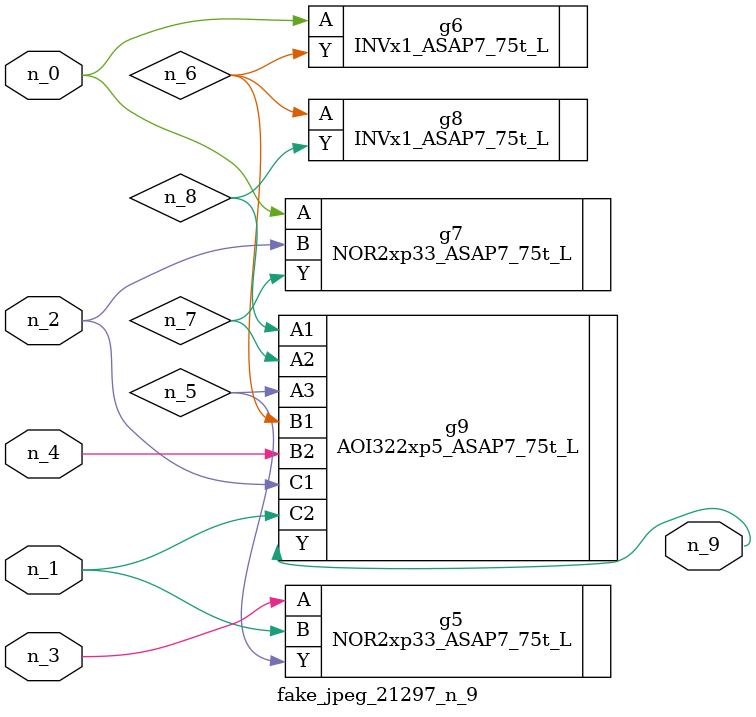
<source format=v>
module fake_jpeg_21297_n_9 (n_3, n_2, n_1, n_0, n_4, n_9);

input n_3;
input n_2;
input n_1;
input n_0;
input n_4;

output n_9;

wire n_8;
wire n_6;
wire n_5;
wire n_7;

NOR2xp33_ASAP7_75t_L g5 ( 
.A(n_3),
.B(n_1),
.Y(n_5)
);

INVx1_ASAP7_75t_L g6 ( 
.A(n_0),
.Y(n_6)
);

NOR2xp33_ASAP7_75t_L g7 ( 
.A(n_0),
.B(n_2),
.Y(n_7)
);

INVx1_ASAP7_75t_L g8 ( 
.A(n_6),
.Y(n_8)
);

AOI322xp5_ASAP7_75t_L g9 ( 
.A1(n_8),
.A2(n_7),
.A3(n_5),
.B1(n_6),
.B2(n_4),
.C1(n_2),
.C2(n_1),
.Y(n_9)
);


endmodule
</source>
